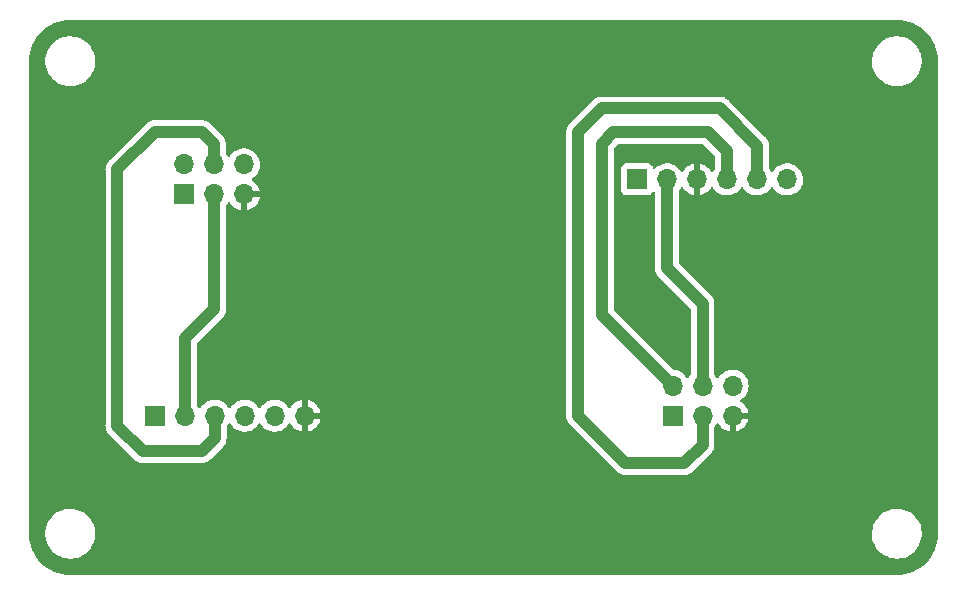
<source format=gbr>
%TF.GenerationSoftware,KiCad,Pcbnew,(6.0.2)*%
%TF.CreationDate,2022-02-13T11:21:41-05:00*%
%TF.ProjectId,tag-connect_breakout,7461672d-636f-46e6-9e65-63745f627265,rev?*%
%TF.SameCoordinates,PX5f5e100PY3dfd240*%
%TF.FileFunction,Copper,L2,Bot*%
%TF.FilePolarity,Positive*%
%FSLAX46Y46*%
G04 Gerber Fmt 4.6, Leading zero omitted, Abs format (unit mm)*
G04 Created by KiCad (PCBNEW (6.0.2)) date 2022-02-13 11:21:41*
%MOMM*%
%LPD*%
G01*
G04 APERTURE LIST*
%TA.AperFunction,ComponentPad*%
%ADD10R,1.700000X1.700000*%
%TD*%
%TA.AperFunction,ComponentPad*%
%ADD11O,1.700000X1.700000*%
%TD*%
%TA.AperFunction,Conductor*%
%ADD12C,1.000000*%
%TD*%
G04 APERTURE END LIST*
D10*
%TO.P,J4,1,Pin_1*%
%TO.N,unconnected-(J4-Pad1)*%
X56000000Y-35000000D03*
D11*
%TO.P,J4,2,Pin_2*%
%TO.N,/DIO*%
X56000000Y-32460000D03*
%TO.P,J4,3,Pin_3*%
%TO.N,/NRST*%
X58540000Y-35000000D03*
%TO.P,J4,4,Pin_4*%
%TO.N,/CLK*%
X58540000Y-32460000D03*
%TO.P,J4,5,Pin_5*%
%TO.N,GND*%
X61080000Y-35000000D03*
%TO.P,J4,6,Pin_6*%
%TO.N,unconnected-(J4-Pad6)*%
X61080000Y-32460000D03*
%TD*%
D10*
%TO.P,J3,1,Pin_1*%
%TO.N,unconnected-(J3-Pad1)*%
X14625000Y-16275000D03*
D11*
%TO.P,J3,2,Pin_2*%
%TO.N,unconnected-(J3-Pad2)*%
X14625000Y-13735000D03*
%TO.P,J3,3,Pin_3*%
%TO.N,/RXI*%
X17165000Y-16275000D03*
%TO.P,J3,4,Pin_4*%
%TO.N,/TXI*%
X17165000Y-13735000D03*
%TO.P,J3,5,Pin_5*%
%TO.N,GND*%
X19705000Y-16275000D03*
%TO.P,J3,6,Pin_6*%
%TO.N,unconnected-(J3-Pad6)*%
X19705000Y-13735000D03*
%TD*%
D10*
%TO.P,J2,1,Pin_1*%
%TO.N,unconnected-(J2-Pad1)*%
X53000000Y-15000000D03*
D11*
%TO.P,J2,2,Pin_2*%
%TO.N,/CLK*%
X55540000Y-15000000D03*
%TO.P,J2,3,Pin_3*%
%TO.N,GND*%
X58080000Y-15000000D03*
%TO.P,J2,4,Pin_4*%
%TO.N,/DIO*%
X60620000Y-15000000D03*
%TO.P,J2,5,Pin_5*%
%TO.N,/NRST*%
X63160000Y-15000000D03*
%TO.P,J2,6,Pin_6*%
%TO.N,unconnected-(J2-Pad6)*%
X65700000Y-15000000D03*
%TD*%
D10*
%TO.P,J1,1,Pin_1*%
%TO.N,unconnected-(J1-Pad1)*%
X12150000Y-35000000D03*
D11*
%TO.P,J1,2,Pin_2*%
%TO.N,/RXI*%
X14690000Y-35000000D03*
%TO.P,J1,3,Pin_3*%
%TO.N,/TXI*%
X17230000Y-35000000D03*
%TO.P,J1,4,Pin_4*%
%TO.N,unconnected-(J1-Pad4)*%
X19770000Y-35000000D03*
%TO.P,J1,5,Pin_5*%
%TO.N,unconnected-(J1-Pad5)*%
X22310000Y-35000000D03*
%TO.P,J1,6,Pin_6*%
%TO.N,GND*%
X24850000Y-35000000D03*
%TD*%
D12*
%TO.N,/TXI*%
X17230000Y-35000000D02*
X17230000Y-36920000D01*
X17230000Y-36920000D02*
X16150000Y-38000000D01*
X16150000Y-38000000D02*
X11150000Y-38000000D01*
X9000000Y-14150000D02*
X12150000Y-11000000D01*
X11150000Y-38000000D02*
X9000000Y-35850000D01*
X9000000Y-35850000D02*
X9000000Y-14150000D01*
X12150000Y-11000000D02*
X16150000Y-11000000D01*
X16150000Y-11000000D02*
X17165000Y-12015000D01*
X17165000Y-12015000D02*
X17165000Y-13735000D01*
%TO.N,/NRST*%
X63160000Y-15000000D02*
X63160000Y-12160000D01*
X58540000Y-37460000D02*
X58540000Y-35000000D01*
X63160000Y-12160000D02*
X60000000Y-9000000D01*
X60000000Y-9000000D02*
X50000000Y-9000000D01*
X50000000Y-9000000D02*
X48000000Y-11000000D01*
X48000000Y-11000000D02*
X48000000Y-35000000D01*
X48000000Y-35000000D02*
X52000000Y-39000000D01*
X52000000Y-39000000D02*
X57000000Y-39000000D01*
X57000000Y-39000000D02*
X58540000Y-37460000D01*
%TO.N,/DIO*%
X60620000Y-15000000D02*
X60620000Y-12620000D01*
X59000000Y-11000000D02*
X51000000Y-11000000D01*
X60620000Y-12620000D02*
X59000000Y-11000000D01*
X50000000Y-12000000D02*
X50000000Y-26460000D01*
X51000000Y-11000000D02*
X50000000Y-12000000D01*
X50000000Y-26460000D02*
X56000000Y-32460000D01*
%TO.N,/CLK*%
X58540000Y-32460000D02*
X58540000Y-25540000D01*
X58540000Y-25540000D02*
X55540000Y-22540000D01*
X55540000Y-22540000D02*
X55540000Y-15000000D01*
%TO.N,/RXI*%
X17165000Y-16275000D02*
X17165000Y-25985000D01*
X17165000Y-25985000D02*
X14690000Y-28460000D01*
X14690000Y-28460000D02*
X14690000Y-35000000D01*
%TD*%
%TA.AperFunction,Conductor*%
%TO.N,GND*%
G36*
X74970057Y-1509500D02*
G01*
X74984858Y-1511805D01*
X74984861Y-1511805D01*
X74993730Y-1513186D01*
X75013054Y-1510659D01*
X75035570Y-1509747D01*
X75336100Y-1524512D01*
X75348394Y-1525722D01*
X75675139Y-1574191D01*
X75687249Y-1576599D01*
X76007674Y-1656861D01*
X76019507Y-1660451D01*
X76330494Y-1771725D01*
X76341918Y-1776456D01*
X76640523Y-1917685D01*
X76651428Y-1923514D01*
X76934745Y-2093328D01*
X76945026Y-2100198D01*
X77210329Y-2296960D01*
X77219887Y-2304804D01*
X77464630Y-2526626D01*
X77473374Y-2535370D01*
X77695196Y-2780113D01*
X77703040Y-2789671D01*
X77899802Y-3054974D01*
X77906672Y-3065255D01*
X78076486Y-3348572D01*
X78082315Y-3359477D01*
X78223544Y-3658082D01*
X78228275Y-3669506D01*
X78339549Y-3980493D01*
X78343138Y-3992324D01*
X78420462Y-4301016D01*
X78423399Y-4312743D01*
X78425809Y-4324861D01*
X78474277Y-4651601D01*
X78475489Y-4663907D01*
X78489890Y-4957062D01*
X78488543Y-4982624D01*
X78488195Y-4984857D01*
X78488195Y-4984861D01*
X78486814Y-4993730D01*
X78487978Y-5002632D01*
X78487978Y-5002635D01*
X78490936Y-5025251D01*
X78492000Y-5041589D01*
X78492000Y-44950672D01*
X78490500Y-44970056D01*
X78486814Y-44993730D01*
X78489274Y-45012539D01*
X78489341Y-45013050D01*
X78490253Y-45035570D01*
X78475489Y-45336093D01*
X78475489Y-45336094D01*
X78474278Y-45348394D01*
X78463378Y-45421876D01*
X78425811Y-45675130D01*
X78423401Y-45687249D01*
X78415240Y-45719830D01*
X78343139Y-46007674D01*
X78339549Y-46019507D01*
X78228275Y-46330494D01*
X78223544Y-46341918D01*
X78082315Y-46640523D01*
X78076486Y-46651428D01*
X77906672Y-46934745D01*
X77899802Y-46945026D01*
X77703040Y-47210329D01*
X77695196Y-47219887D01*
X77473374Y-47464630D01*
X77464630Y-47473374D01*
X77219887Y-47695196D01*
X77210329Y-47703040D01*
X76945026Y-47899802D01*
X76934745Y-47906672D01*
X76651428Y-48076486D01*
X76640523Y-48082315D01*
X76341918Y-48223544D01*
X76330494Y-48228275D01*
X76019507Y-48339549D01*
X76007676Y-48343138D01*
X75687249Y-48423401D01*
X75675139Y-48425809D01*
X75348394Y-48474278D01*
X75336098Y-48475489D01*
X75247344Y-48479849D01*
X75042938Y-48489890D01*
X75017376Y-48488543D01*
X75015143Y-48488195D01*
X75015139Y-48488195D01*
X75006270Y-48486814D01*
X74997368Y-48487978D01*
X74997365Y-48487978D01*
X74978083Y-48490500D01*
X74975728Y-48490808D01*
X74974749Y-48490936D01*
X74958411Y-48492000D01*
X5049328Y-48492000D01*
X5029943Y-48490500D01*
X5015142Y-48488195D01*
X5015139Y-48488195D01*
X5006270Y-48486814D01*
X4986946Y-48489341D01*
X4964430Y-48490253D01*
X4663900Y-48475488D01*
X4651606Y-48474278D01*
X4324861Y-48425809D01*
X4312751Y-48423401D01*
X3992324Y-48343138D01*
X3980493Y-48339549D01*
X3669506Y-48228275D01*
X3658082Y-48223544D01*
X3359477Y-48082315D01*
X3348572Y-48076486D01*
X3065255Y-47906672D01*
X3054974Y-47899802D01*
X2789671Y-47703040D01*
X2780113Y-47695196D01*
X2535370Y-47473374D01*
X2526626Y-47464630D01*
X2304804Y-47219887D01*
X2296960Y-47210329D01*
X2100198Y-46945026D01*
X2093328Y-46934745D01*
X1923514Y-46651428D01*
X1917685Y-46640523D01*
X1776456Y-46341918D01*
X1771725Y-46330494D01*
X1660451Y-46019507D01*
X1656861Y-46007674D01*
X1584760Y-45719830D01*
X1576599Y-45687249D01*
X1574189Y-45675130D01*
X1536623Y-45421876D01*
X1525722Y-45348394D01*
X1524511Y-45336093D01*
X1514520Y-45132703D01*
X2890743Y-45132703D01*
X2928268Y-45417734D01*
X3004129Y-45695036D01*
X3005813Y-45698984D01*
X3041885Y-45783552D01*
X3116923Y-45959476D01*
X3264561Y-46206161D01*
X3444313Y-46430528D01*
X3652851Y-46628423D01*
X3886317Y-46796186D01*
X3890112Y-46798195D01*
X3890113Y-46798196D01*
X3911869Y-46809715D01*
X4140392Y-46930712D01*
X4410373Y-47029511D01*
X4691264Y-47090755D01*
X4719841Y-47093004D01*
X4914282Y-47108307D01*
X4914291Y-47108307D01*
X4916739Y-47108500D01*
X5072271Y-47108500D01*
X5074407Y-47108354D01*
X5074418Y-47108354D01*
X5282548Y-47094165D01*
X5282554Y-47094164D01*
X5286825Y-47093873D01*
X5291020Y-47093004D01*
X5291022Y-47093004D01*
X5427584Y-47064723D01*
X5568342Y-47035574D01*
X5839343Y-46939607D01*
X6094812Y-46807750D01*
X6098313Y-46805289D01*
X6098317Y-46805287D01*
X6212418Y-46725095D01*
X6330023Y-46642441D01*
X6540622Y-46446740D01*
X6722713Y-46224268D01*
X6872927Y-45979142D01*
X6988483Y-45715898D01*
X7067244Y-45439406D01*
X7107751Y-45154784D01*
X7107845Y-45136951D01*
X7107867Y-45132703D01*
X72890743Y-45132703D01*
X72928268Y-45417734D01*
X73004129Y-45695036D01*
X73005813Y-45698984D01*
X73041885Y-45783552D01*
X73116923Y-45959476D01*
X73264561Y-46206161D01*
X73444313Y-46430528D01*
X73652851Y-46628423D01*
X73886317Y-46796186D01*
X73890112Y-46798195D01*
X73890113Y-46798196D01*
X73911869Y-46809715D01*
X74140392Y-46930712D01*
X74410373Y-47029511D01*
X74691264Y-47090755D01*
X74719841Y-47093004D01*
X74914282Y-47108307D01*
X74914291Y-47108307D01*
X74916739Y-47108500D01*
X75072271Y-47108500D01*
X75074407Y-47108354D01*
X75074418Y-47108354D01*
X75282548Y-47094165D01*
X75282554Y-47094164D01*
X75286825Y-47093873D01*
X75291020Y-47093004D01*
X75291022Y-47093004D01*
X75427584Y-47064723D01*
X75568342Y-47035574D01*
X75839343Y-46939607D01*
X76094812Y-46807750D01*
X76098313Y-46805289D01*
X76098317Y-46805287D01*
X76212418Y-46725095D01*
X76330023Y-46642441D01*
X76540622Y-46446740D01*
X76722713Y-46224268D01*
X76872927Y-45979142D01*
X76988483Y-45715898D01*
X77067244Y-45439406D01*
X77107751Y-45154784D01*
X77107845Y-45136951D01*
X77109235Y-44871583D01*
X77109235Y-44871576D01*
X77109257Y-44867297D01*
X77071732Y-44582266D01*
X76995871Y-44304964D01*
X76883077Y-44040524D01*
X76735439Y-43793839D01*
X76555687Y-43569472D01*
X76347149Y-43371577D01*
X76113683Y-43203814D01*
X76091843Y-43192250D01*
X76068654Y-43179972D01*
X75859608Y-43069288D01*
X75589627Y-42970489D01*
X75308736Y-42909245D01*
X75277685Y-42906801D01*
X75085718Y-42891693D01*
X75085709Y-42891693D01*
X75083261Y-42891500D01*
X74927729Y-42891500D01*
X74925593Y-42891646D01*
X74925582Y-42891646D01*
X74717452Y-42905835D01*
X74717446Y-42905836D01*
X74713175Y-42906127D01*
X74708980Y-42906996D01*
X74708978Y-42906996D01*
X74572417Y-42935276D01*
X74431658Y-42964426D01*
X74160657Y-43060393D01*
X73905188Y-43192250D01*
X73901687Y-43194711D01*
X73901683Y-43194713D01*
X73891594Y-43201804D01*
X73669977Y-43357559D01*
X73459378Y-43553260D01*
X73277287Y-43775732D01*
X73127073Y-44020858D01*
X73011517Y-44284102D01*
X72932756Y-44560594D01*
X72892249Y-44845216D01*
X72892227Y-44849505D01*
X72892226Y-44849512D01*
X72890765Y-45128417D01*
X72890743Y-45132703D01*
X7107867Y-45132703D01*
X7109235Y-44871583D01*
X7109235Y-44871576D01*
X7109257Y-44867297D01*
X7071732Y-44582266D01*
X6995871Y-44304964D01*
X6883077Y-44040524D01*
X6735439Y-43793839D01*
X6555687Y-43569472D01*
X6347149Y-43371577D01*
X6113683Y-43203814D01*
X6091843Y-43192250D01*
X6068654Y-43179972D01*
X5859608Y-43069288D01*
X5589627Y-42970489D01*
X5308736Y-42909245D01*
X5277685Y-42906801D01*
X5085718Y-42891693D01*
X5085709Y-42891693D01*
X5083261Y-42891500D01*
X4927729Y-42891500D01*
X4925593Y-42891646D01*
X4925582Y-42891646D01*
X4717452Y-42905835D01*
X4717446Y-42905836D01*
X4713175Y-42906127D01*
X4708980Y-42906996D01*
X4708978Y-42906996D01*
X4572417Y-42935276D01*
X4431658Y-42964426D01*
X4160657Y-43060393D01*
X3905188Y-43192250D01*
X3901687Y-43194711D01*
X3901683Y-43194713D01*
X3891594Y-43201804D01*
X3669977Y-43357559D01*
X3459378Y-43553260D01*
X3277287Y-43775732D01*
X3127073Y-44020858D01*
X3011517Y-44284102D01*
X2932756Y-44560594D01*
X2892249Y-44845216D01*
X2892227Y-44849505D01*
X2892226Y-44849512D01*
X2890765Y-45128417D01*
X2890743Y-45132703D01*
X1514520Y-45132703D01*
X1510293Y-45046665D01*
X1511886Y-45019586D01*
X1512264Y-45017340D01*
X1512265Y-45017331D01*
X1513071Y-45012539D01*
X1513224Y-45000000D01*
X1509273Y-44972412D01*
X1508000Y-44954549D01*
X1508000Y-14146462D01*
X7986626Y-14146462D01*
X7989099Y-14172621D01*
X7990941Y-14192109D01*
X7991500Y-14203967D01*
X7991500Y-35788157D01*
X7990763Y-35801764D01*
X7986676Y-35839388D01*
X7987213Y-35845523D01*
X7991050Y-35889388D01*
X7991379Y-35894214D01*
X7991500Y-35896686D01*
X7991500Y-35899769D01*
X7991801Y-35902837D01*
X7995690Y-35942506D01*
X7995812Y-35943819D01*
X7998447Y-35973938D01*
X8003913Y-36036413D01*
X8005400Y-36041532D01*
X8005920Y-36046833D01*
X8032791Y-36135834D01*
X8033126Y-36136967D01*
X8056856Y-36218642D01*
X8059091Y-36226336D01*
X8061544Y-36231068D01*
X8063084Y-36236169D01*
X8065978Y-36241612D01*
X8106731Y-36318260D01*
X8107343Y-36319426D01*
X8127550Y-36358408D01*
X8150108Y-36401926D01*
X8153431Y-36406089D01*
X8155934Y-36410796D01*
X8214755Y-36482918D01*
X8215446Y-36483774D01*
X8246738Y-36522973D01*
X8249242Y-36525477D01*
X8249884Y-36526195D01*
X8253585Y-36530528D01*
X8280935Y-36564062D01*
X8285682Y-36567989D01*
X8285684Y-36567991D01*
X8316262Y-36593287D01*
X8325042Y-36601277D01*
X10393145Y-38669379D01*
X10402247Y-38679522D01*
X10425968Y-38709025D01*
X10430696Y-38712992D01*
X10464421Y-38741291D01*
X10468069Y-38744472D01*
X10469881Y-38746115D01*
X10472075Y-38748309D01*
X10505349Y-38775642D01*
X10506147Y-38776304D01*
X10577474Y-38836154D01*
X10582144Y-38838722D01*
X10586261Y-38842103D01*
X10606079Y-38852729D01*
X10668086Y-38885977D01*
X10669245Y-38886606D01*
X10745381Y-38928462D01*
X10745389Y-38928465D01*
X10750787Y-38931433D01*
X10755869Y-38933045D01*
X10760563Y-38935562D01*
X10849531Y-38962762D01*
X10850559Y-38963082D01*
X10939306Y-38991235D01*
X10944602Y-38991829D01*
X10949698Y-38993387D01*
X11042257Y-39002790D01*
X11043393Y-39002911D01*
X11077008Y-39006681D01*
X11089730Y-39008108D01*
X11089734Y-39008108D01*
X11093227Y-39008500D01*
X11096754Y-39008500D01*
X11097739Y-39008555D01*
X11103419Y-39009002D01*
X11132825Y-39011989D01*
X11140337Y-39012752D01*
X11140339Y-39012752D01*
X11146462Y-39013374D01*
X11192108Y-39009059D01*
X11203967Y-39008500D01*
X16088157Y-39008500D01*
X16101764Y-39009237D01*
X16133262Y-39012659D01*
X16133267Y-39012659D01*
X16139388Y-39013324D01*
X16165638Y-39011027D01*
X16189388Y-39008950D01*
X16194214Y-39008621D01*
X16196686Y-39008500D01*
X16199769Y-39008500D01*
X16211738Y-39007326D01*
X16242506Y-39004310D01*
X16243819Y-39004188D01*
X16288084Y-39000315D01*
X16336413Y-38996087D01*
X16341532Y-38994600D01*
X16346833Y-38994080D01*
X16435834Y-38967209D01*
X16436967Y-38966874D01*
X16520414Y-38942630D01*
X16520418Y-38942628D01*
X16526336Y-38940909D01*
X16531068Y-38938456D01*
X16536169Y-38936916D01*
X16543173Y-38933192D01*
X16618260Y-38893269D01*
X16619426Y-38892657D01*
X16696453Y-38852729D01*
X16701926Y-38849892D01*
X16706089Y-38846569D01*
X16710796Y-38844066D01*
X16782918Y-38785245D01*
X16783774Y-38784554D01*
X16822973Y-38753262D01*
X16825477Y-38750758D01*
X16826195Y-38750116D01*
X16830528Y-38746415D01*
X16864062Y-38719065D01*
X16893288Y-38683737D01*
X16901277Y-38674958D01*
X17899379Y-37676855D01*
X17909522Y-37667753D01*
X17934218Y-37647897D01*
X17939025Y-37644032D01*
X17971292Y-37605578D01*
X17974472Y-37601931D01*
X17976115Y-37600119D01*
X17978309Y-37597925D01*
X18005642Y-37564651D01*
X18006348Y-37563800D01*
X18045809Y-37516773D01*
X18066154Y-37492526D01*
X18068722Y-37487856D01*
X18072103Y-37483739D01*
X18116015Y-37401842D01*
X18116624Y-37400720D01*
X18158466Y-37324611D01*
X18158468Y-37324606D01*
X18161433Y-37319213D01*
X18163044Y-37314135D01*
X18165563Y-37309437D01*
X18192753Y-37220502D01*
X18193136Y-37219272D01*
X18219371Y-37136570D01*
X18221235Y-37130694D01*
X18221828Y-37125403D01*
X18223388Y-37120302D01*
X18232795Y-37027689D01*
X18232915Y-37026569D01*
X18238500Y-36976773D01*
X18238500Y-36973244D01*
X18238555Y-36972261D01*
X18239004Y-36966556D01*
X18242752Y-36929664D01*
X18242752Y-36929661D01*
X18243374Y-36923537D01*
X18239059Y-36877888D01*
X18238500Y-36866031D01*
X18238500Y-35963970D01*
X18258502Y-35895849D01*
X18266460Y-35885120D01*
X18268096Y-35883489D01*
X18398453Y-35702077D01*
X18399776Y-35703028D01*
X18446645Y-35659857D01*
X18516580Y-35647625D01*
X18582026Y-35675144D01*
X18609875Y-35706994D01*
X18669987Y-35805088D01*
X18816250Y-35973938D01*
X18988126Y-36116632D01*
X19181000Y-36229338D01*
X19185825Y-36231180D01*
X19185826Y-36231181D01*
X19213142Y-36241612D01*
X19389692Y-36309030D01*
X19394760Y-36310061D01*
X19394763Y-36310062D01*
X19489862Y-36329410D01*
X19608597Y-36353567D01*
X19613772Y-36353757D01*
X19613774Y-36353757D01*
X19826673Y-36361564D01*
X19826677Y-36361564D01*
X19831837Y-36361753D01*
X19836957Y-36361097D01*
X19836959Y-36361097D01*
X20048288Y-36334025D01*
X20048289Y-36334025D01*
X20053416Y-36333368D01*
X20058366Y-36331883D01*
X20262429Y-36270661D01*
X20262434Y-36270659D01*
X20267384Y-36269174D01*
X20467994Y-36170896D01*
X20649860Y-36041173D01*
X20808096Y-35883489D01*
X20938453Y-35702077D01*
X20939776Y-35703028D01*
X20986645Y-35659857D01*
X21056580Y-35647625D01*
X21122026Y-35675144D01*
X21149875Y-35706994D01*
X21209987Y-35805088D01*
X21356250Y-35973938D01*
X21528126Y-36116632D01*
X21721000Y-36229338D01*
X21725825Y-36231180D01*
X21725826Y-36231181D01*
X21753142Y-36241612D01*
X21929692Y-36309030D01*
X21934760Y-36310061D01*
X21934763Y-36310062D01*
X22029862Y-36329410D01*
X22148597Y-36353567D01*
X22153772Y-36353757D01*
X22153774Y-36353757D01*
X22366673Y-36361564D01*
X22366677Y-36361564D01*
X22371837Y-36361753D01*
X22376957Y-36361097D01*
X22376959Y-36361097D01*
X22588288Y-36334025D01*
X22588289Y-36334025D01*
X22593416Y-36333368D01*
X22598366Y-36331883D01*
X22802429Y-36270661D01*
X22802434Y-36270659D01*
X22807384Y-36269174D01*
X23007994Y-36170896D01*
X23189860Y-36041173D01*
X23348096Y-35883489D01*
X23478453Y-35702077D01*
X23479640Y-35702930D01*
X23526960Y-35659362D01*
X23596897Y-35647145D01*
X23662338Y-35674678D01*
X23690166Y-35706511D01*
X23747694Y-35800388D01*
X23753777Y-35808699D01*
X23893213Y-35969667D01*
X23900580Y-35976883D01*
X24064434Y-36112916D01*
X24072881Y-36118831D01*
X24256756Y-36226279D01*
X24266042Y-36230729D01*
X24465001Y-36306703D01*
X24474899Y-36309579D01*
X24578250Y-36330606D01*
X24592299Y-36329410D01*
X24596000Y-36319065D01*
X24596000Y-36318517D01*
X25104000Y-36318517D01*
X25108064Y-36332359D01*
X25121478Y-36334393D01*
X25128184Y-36333534D01*
X25138262Y-36331392D01*
X25342255Y-36270191D01*
X25351842Y-36266433D01*
X25543095Y-36172739D01*
X25551945Y-36167464D01*
X25725328Y-36043792D01*
X25733200Y-36037139D01*
X25884052Y-35886812D01*
X25890730Y-35878965D01*
X26015003Y-35706020D01*
X26020313Y-35697183D01*
X26114670Y-35506267D01*
X26118469Y-35496672D01*
X26180377Y-35292910D01*
X26182555Y-35282837D01*
X26183986Y-35271962D01*
X26181775Y-35257778D01*
X26168617Y-35254000D01*
X25122115Y-35254000D01*
X25106876Y-35258475D01*
X25105671Y-35259865D01*
X25104000Y-35267548D01*
X25104000Y-36318517D01*
X24596000Y-36318517D01*
X24596000Y-34727885D01*
X25104000Y-34727885D01*
X25108475Y-34743124D01*
X25109865Y-34744329D01*
X25117548Y-34746000D01*
X26168344Y-34746000D01*
X26181875Y-34742027D01*
X26183180Y-34732947D01*
X26141214Y-34565875D01*
X26137894Y-34556124D01*
X26052972Y-34360814D01*
X26048105Y-34351739D01*
X25932426Y-34172926D01*
X25926136Y-34164757D01*
X25782806Y-34007240D01*
X25775273Y-34000215D01*
X25608139Y-33868222D01*
X25599552Y-33862517D01*
X25413117Y-33759599D01*
X25403705Y-33755369D01*
X25202959Y-33684280D01*
X25192988Y-33681646D01*
X25121837Y-33668972D01*
X25108540Y-33670432D01*
X25104000Y-33684989D01*
X25104000Y-34727885D01*
X24596000Y-34727885D01*
X24596000Y-33683102D01*
X24592082Y-33669758D01*
X24577806Y-33667771D01*
X24539324Y-33673660D01*
X24529288Y-33676051D01*
X24326868Y-33742212D01*
X24317359Y-33746209D01*
X24128463Y-33844542D01*
X24119738Y-33850036D01*
X23949433Y-33977905D01*
X23941726Y-33984748D01*
X23794590Y-34138717D01*
X23788109Y-34146722D01*
X23683498Y-34300074D01*
X23628587Y-34345076D01*
X23558062Y-34353247D01*
X23494315Y-34321993D01*
X23473618Y-34297509D01*
X23392822Y-34172617D01*
X23392820Y-34172614D01*
X23390014Y-34168277D01*
X23239670Y-34003051D01*
X23235619Y-33999852D01*
X23235615Y-33999848D01*
X23068414Y-33867800D01*
X23068410Y-33867798D01*
X23064359Y-33864598D01*
X23028028Y-33844542D01*
X22959420Y-33806669D01*
X22868789Y-33756638D01*
X22863920Y-33754914D01*
X22863916Y-33754912D01*
X22663087Y-33683795D01*
X22663083Y-33683794D01*
X22658212Y-33682069D01*
X22653119Y-33681162D01*
X22653116Y-33681161D01*
X22443373Y-33643800D01*
X22443367Y-33643799D01*
X22438284Y-33642894D01*
X22364452Y-33641992D01*
X22220081Y-33640228D01*
X22220079Y-33640228D01*
X22214911Y-33640165D01*
X21994091Y-33673955D01*
X21781756Y-33743357D01*
X21732439Y-33769030D01*
X21595479Y-33840327D01*
X21583607Y-33846507D01*
X21579474Y-33849610D01*
X21579471Y-33849612D01*
X21471914Y-33930368D01*
X21404965Y-33980635D01*
X21401393Y-33984373D01*
X21293729Y-34097037D01*
X21250629Y-34142138D01*
X21143201Y-34299621D01*
X21088293Y-34344621D01*
X21017768Y-34352792D01*
X20954021Y-34321538D01*
X20933324Y-34297054D01*
X20852822Y-34172617D01*
X20852820Y-34172614D01*
X20850014Y-34168277D01*
X20699670Y-34003051D01*
X20695619Y-33999852D01*
X20695615Y-33999848D01*
X20528414Y-33867800D01*
X20528410Y-33867798D01*
X20524359Y-33864598D01*
X20488028Y-33844542D01*
X20419420Y-33806669D01*
X20328789Y-33756638D01*
X20323920Y-33754914D01*
X20323916Y-33754912D01*
X20123087Y-33683795D01*
X20123083Y-33683794D01*
X20118212Y-33682069D01*
X20113119Y-33681162D01*
X20113116Y-33681161D01*
X19903373Y-33643800D01*
X19903367Y-33643799D01*
X19898284Y-33642894D01*
X19824452Y-33641992D01*
X19680081Y-33640228D01*
X19680079Y-33640228D01*
X19674911Y-33640165D01*
X19454091Y-33673955D01*
X19241756Y-33743357D01*
X19192439Y-33769030D01*
X19055479Y-33840327D01*
X19043607Y-33846507D01*
X19039474Y-33849610D01*
X19039471Y-33849612D01*
X18931914Y-33930368D01*
X18864965Y-33980635D01*
X18861393Y-33984373D01*
X18753729Y-34097037D01*
X18710629Y-34142138D01*
X18603201Y-34299621D01*
X18548293Y-34344621D01*
X18477768Y-34352792D01*
X18414021Y-34321538D01*
X18393324Y-34297054D01*
X18312822Y-34172617D01*
X18312820Y-34172614D01*
X18310014Y-34168277D01*
X18159670Y-34003051D01*
X18155619Y-33999852D01*
X18155615Y-33999848D01*
X17988414Y-33867800D01*
X17988410Y-33867798D01*
X17984359Y-33864598D01*
X17948028Y-33844542D01*
X17879420Y-33806669D01*
X17788789Y-33756638D01*
X17783920Y-33754914D01*
X17783916Y-33754912D01*
X17583087Y-33683795D01*
X17583083Y-33683794D01*
X17578212Y-33682069D01*
X17573119Y-33681162D01*
X17573116Y-33681161D01*
X17363373Y-33643800D01*
X17363367Y-33643799D01*
X17358284Y-33642894D01*
X17284452Y-33641992D01*
X17140081Y-33640228D01*
X17140079Y-33640228D01*
X17134911Y-33640165D01*
X16914091Y-33673955D01*
X16701756Y-33743357D01*
X16652439Y-33769030D01*
X16515479Y-33840327D01*
X16503607Y-33846507D01*
X16499474Y-33849610D01*
X16499471Y-33849612D01*
X16391914Y-33930368D01*
X16324965Y-33980635D01*
X16321393Y-33984373D01*
X16213729Y-34097037D01*
X16170629Y-34142138D01*
X16063201Y-34299621D01*
X16008293Y-34344621D01*
X15937768Y-34352792D01*
X15874021Y-34321538D01*
X15853324Y-34297054D01*
X15772825Y-34172621D01*
X15772820Y-34172615D01*
X15770014Y-34168277D01*
X15766532Y-34164450D01*
X15731306Y-34125737D01*
X15700254Y-34061891D01*
X15698500Y-34040938D01*
X15698500Y-28929925D01*
X15718502Y-28861804D01*
X15735405Y-28840830D01*
X17834379Y-26741855D01*
X17844522Y-26732753D01*
X17869218Y-26712897D01*
X17874025Y-26709032D01*
X17906292Y-26670578D01*
X17909473Y-26666930D01*
X17911117Y-26665117D01*
X17913309Y-26662925D01*
X17940580Y-26629724D01*
X17941362Y-26628782D01*
X17997193Y-26562247D01*
X17997195Y-26562244D01*
X18001154Y-26557526D01*
X18003723Y-26552853D01*
X18007103Y-26548738D01*
X18051028Y-26466820D01*
X18051657Y-26465662D01*
X18093465Y-26389612D01*
X18093465Y-26389611D01*
X18096433Y-26384213D01*
X18098044Y-26379135D01*
X18100563Y-26374437D01*
X18127753Y-26285502D01*
X18128136Y-26284272D01*
X18154371Y-26201570D01*
X18156235Y-26195694D01*
X18156828Y-26190403D01*
X18158388Y-26185302D01*
X18167795Y-26092689D01*
X18167915Y-26091569D01*
X18173500Y-26041773D01*
X18173500Y-26038244D01*
X18173555Y-26037261D01*
X18174004Y-26031556D01*
X18177752Y-25994664D01*
X18177752Y-25994661D01*
X18178374Y-25988537D01*
X18174059Y-25942888D01*
X18173500Y-25931031D01*
X18173500Y-17238970D01*
X18193502Y-17170849D01*
X18201460Y-17160120D01*
X18203096Y-17158489D01*
X18333453Y-16977077D01*
X18334640Y-16977930D01*
X18381960Y-16934362D01*
X18451897Y-16922145D01*
X18517338Y-16949678D01*
X18545166Y-16981511D01*
X18602694Y-17075388D01*
X18608777Y-17083699D01*
X18748213Y-17244667D01*
X18755580Y-17251883D01*
X18919434Y-17387916D01*
X18927881Y-17393831D01*
X19111756Y-17501279D01*
X19121042Y-17505729D01*
X19320001Y-17581703D01*
X19329899Y-17584579D01*
X19433250Y-17605606D01*
X19447299Y-17604410D01*
X19451000Y-17594065D01*
X19451000Y-17593517D01*
X19959000Y-17593517D01*
X19963064Y-17607359D01*
X19976478Y-17609393D01*
X19983184Y-17608534D01*
X19993262Y-17606392D01*
X20197255Y-17545191D01*
X20206842Y-17541433D01*
X20398095Y-17447739D01*
X20406945Y-17442464D01*
X20580328Y-17318792D01*
X20588200Y-17312139D01*
X20739052Y-17161812D01*
X20745730Y-17153965D01*
X20870003Y-16981020D01*
X20875313Y-16972183D01*
X20969670Y-16781267D01*
X20973469Y-16771672D01*
X21035377Y-16567910D01*
X21037555Y-16557837D01*
X21038986Y-16546962D01*
X21036775Y-16532778D01*
X21023617Y-16529000D01*
X19977115Y-16529000D01*
X19961876Y-16533475D01*
X19960671Y-16534865D01*
X19959000Y-16542548D01*
X19959000Y-17593517D01*
X19451000Y-17593517D01*
X19451000Y-16147000D01*
X19471002Y-16078879D01*
X19524658Y-16032386D01*
X19577000Y-16021000D01*
X21023344Y-16021000D01*
X21036875Y-16017027D01*
X21038180Y-16007947D01*
X20996214Y-15840875D01*
X20992894Y-15831124D01*
X20907972Y-15635814D01*
X20903105Y-15626739D01*
X20787426Y-15447926D01*
X20781136Y-15439757D01*
X20637806Y-15282240D01*
X20630273Y-15275215D01*
X20463139Y-15143222D01*
X20454556Y-15137520D01*
X20417602Y-15117120D01*
X20367631Y-15066687D01*
X20352859Y-14997245D01*
X20377975Y-14930839D01*
X20405327Y-14904232D01*
X20429040Y-14887318D01*
X20584860Y-14776173D01*
X20588705Y-14772342D01*
X20739435Y-14622137D01*
X20743096Y-14618489D01*
X20802594Y-14535689D01*
X20870435Y-14441277D01*
X20873453Y-14437077D01*
X20894320Y-14394857D01*
X20970136Y-14241453D01*
X20970137Y-14241451D01*
X20972430Y-14236811D01*
X21031362Y-14042843D01*
X21035865Y-14028023D01*
X21035865Y-14028021D01*
X21037370Y-14023069D01*
X21066529Y-13801590D01*
X21066611Y-13798240D01*
X21068074Y-13738365D01*
X21068074Y-13738361D01*
X21068156Y-13735000D01*
X21049852Y-13512361D01*
X20995431Y-13295702D01*
X20906354Y-13090840D01*
X20848123Y-13000828D01*
X20787822Y-12907617D01*
X20787820Y-12907614D01*
X20785014Y-12903277D01*
X20634670Y-12738051D01*
X20630619Y-12734852D01*
X20630615Y-12734848D01*
X20463414Y-12602800D01*
X20463410Y-12602798D01*
X20459359Y-12599598D01*
X20416224Y-12575786D01*
X20327552Y-12526837D01*
X20263789Y-12491638D01*
X20258920Y-12489914D01*
X20258916Y-12489912D01*
X20058087Y-12418795D01*
X20058083Y-12418794D01*
X20053212Y-12417069D01*
X20048119Y-12416162D01*
X20048116Y-12416161D01*
X19838373Y-12378800D01*
X19838367Y-12378799D01*
X19833284Y-12377894D01*
X19759452Y-12376992D01*
X19615081Y-12375228D01*
X19615079Y-12375228D01*
X19609911Y-12375165D01*
X19389091Y-12408955D01*
X19176756Y-12478357D01*
X19146443Y-12494137D01*
X19006162Y-12567163D01*
X18978607Y-12581507D01*
X18974474Y-12584610D01*
X18974471Y-12584612D01*
X18804100Y-12712530D01*
X18799965Y-12715635D01*
X18796393Y-12719373D01*
X18679684Y-12841502D01*
X18645629Y-12877138D01*
X18538201Y-13034621D01*
X18483293Y-13079621D01*
X18412768Y-13087792D01*
X18349021Y-13056538D01*
X18328324Y-13032054D01*
X18247825Y-12907621D01*
X18247820Y-12907615D01*
X18245014Y-12903277D01*
X18225117Y-12881410D01*
X18206306Y-12860737D01*
X18175254Y-12796891D01*
X18173500Y-12775938D01*
X18173500Y-12076843D01*
X18174237Y-12063236D01*
X18177659Y-12031738D01*
X18177659Y-12031733D01*
X18178324Y-12025612D01*
X18173950Y-11975612D01*
X18173621Y-11970786D01*
X18173500Y-11968314D01*
X18173500Y-11965231D01*
X18171351Y-11943310D01*
X18169310Y-11922494D01*
X18169188Y-11921181D01*
X18161623Y-11834718D01*
X18161087Y-11828587D01*
X18159600Y-11823468D01*
X18159080Y-11818167D01*
X18132209Y-11729166D01*
X18131874Y-11728033D01*
X18107630Y-11644586D01*
X18107628Y-11644582D01*
X18105909Y-11638664D01*
X18103456Y-11633932D01*
X18101916Y-11628831D01*
X18087005Y-11600787D01*
X18058269Y-11546740D01*
X18057657Y-11545574D01*
X18017729Y-11468547D01*
X18014892Y-11463074D01*
X18011569Y-11458911D01*
X18009066Y-11454204D01*
X18002325Y-11445938D01*
X17950261Y-11382102D01*
X17949433Y-11381075D01*
X17920469Y-11344792D01*
X17920464Y-11344787D01*
X17918262Y-11342028D01*
X17915761Y-11339527D01*
X17915119Y-11338809D01*
X17911406Y-11334461D01*
X17898285Y-11318374D01*
X17884065Y-11300938D01*
X17879323Y-11297015D01*
X17879321Y-11297013D01*
X17848727Y-11271703D01*
X17839947Y-11263713D01*
X17572696Y-10996462D01*
X46986626Y-10996462D01*
X46987206Y-11002593D01*
X46990941Y-11042109D01*
X46991500Y-11053967D01*
X46991500Y-34938157D01*
X46990763Y-34951764D01*
X46986676Y-34989388D01*
X46988973Y-35015638D01*
X46991050Y-35039388D01*
X46991379Y-35044214D01*
X46991500Y-35046686D01*
X46991500Y-35049769D01*
X46991801Y-35052837D01*
X46995690Y-35092506D01*
X46995812Y-35093819D01*
X47003913Y-35186413D01*
X47005400Y-35191532D01*
X47005920Y-35196833D01*
X47032791Y-35285834D01*
X47033126Y-35286967D01*
X47059091Y-35376336D01*
X47061544Y-35381068D01*
X47063084Y-35386169D01*
X47065978Y-35391612D01*
X47106731Y-35468260D01*
X47107343Y-35469426D01*
X47124130Y-35501811D01*
X47150108Y-35551926D01*
X47153431Y-35556089D01*
X47155934Y-35560796D01*
X47214755Y-35632918D01*
X47215446Y-35633774D01*
X47246738Y-35672973D01*
X47249242Y-35675477D01*
X47249884Y-35676195D01*
X47253585Y-35680528D01*
X47280935Y-35714062D01*
X47285682Y-35717989D01*
X47285684Y-35717991D01*
X47316262Y-35743287D01*
X47325042Y-35751277D01*
X51243145Y-39669379D01*
X51252247Y-39679522D01*
X51275968Y-39709025D01*
X51314456Y-39741320D01*
X51318075Y-39744478D01*
X51319890Y-39746124D01*
X51322075Y-39748309D01*
X51324455Y-39750264D01*
X51324465Y-39750273D01*
X51355236Y-39775549D01*
X51356251Y-39776391D01*
X51366393Y-39784901D01*
X51427474Y-39836154D01*
X51432148Y-39838723D01*
X51436261Y-39842102D01*
X51441698Y-39845017D01*
X51441699Y-39845018D01*
X51518047Y-39885955D01*
X51519177Y-39886568D01*
X51600787Y-39931433D01*
X51605869Y-39933045D01*
X51610563Y-39935562D01*
X51699531Y-39962762D01*
X51700559Y-39963082D01*
X51789306Y-39991235D01*
X51794602Y-39991829D01*
X51799698Y-39993387D01*
X51892257Y-40002790D01*
X51893393Y-40002911D01*
X51927008Y-40006681D01*
X51939730Y-40008108D01*
X51939734Y-40008108D01*
X51943227Y-40008500D01*
X51946754Y-40008500D01*
X51947739Y-40008555D01*
X51953419Y-40009002D01*
X51982825Y-40011989D01*
X51990337Y-40012752D01*
X51990339Y-40012752D01*
X51996462Y-40013374D01*
X52042108Y-40009059D01*
X52053967Y-40008500D01*
X56938157Y-40008500D01*
X56951764Y-40009237D01*
X56983262Y-40012659D01*
X56983267Y-40012659D01*
X56989388Y-40013324D01*
X57015638Y-40011027D01*
X57039388Y-40008950D01*
X57044214Y-40008621D01*
X57046686Y-40008500D01*
X57049769Y-40008500D01*
X57061738Y-40007326D01*
X57092506Y-40004310D01*
X57093819Y-40004188D01*
X57138084Y-40000315D01*
X57186413Y-39996087D01*
X57191532Y-39994600D01*
X57196833Y-39994080D01*
X57285834Y-39967209D01*
X57286967Y-39966874D01*
X57370414Y-39942630D01*
X57370418Y-39942628D01*
X57376336Y-39940909D01*
X57381068Y-39938456D01*
X57386169Y-39936916D01*
X57393173Y-39933192D01*
X57468260Y-39893269D01*
X57469426Y-39892657D01*
X57546453Y-39852729D01*
X57551926Y-39849892D01*
X57556089Y-39846569D01*
X57560796Y-39844066D01*
X57632918Y-39785245D01*
X57633774Y-39784554D01*
X57672973Y-39753262D01*
X57675477Y-39750758D01*
X57676195Y-39750116D01*
X57680528Y-39746415D01*
X57714062Y-39719065D01*
X57743288Y-39683737D01*
X57751277Y-39674958D01*
X59209379Y-38216855D01*
X59219522Y-38207753D01*
X59244218Y-38187897D01*
X59249025Y-38184032D01*
X59281292Y-38145578D01*
X59284472Y-38141931D01*
X59286115Y-38140119D01*
X59288309Y-38137925D01*
X59315642Y-38104651D01*
X59316348Y-38103800D01*
X59372195Y-38037244D01*
X59376154Y-38032526D01*
X59378722Y-38027856D01*
X59382103Y-38023739D01*
X59425977Y-37941914D01*
X59426606Y-37940755D01*
X59468462Y-37864619D01*
X59468465Y-37864611D01*
X59471433Y-37859213D01*
X59473045Y-37854131D01*
X59475562Y-37849437D01*
X59502747Y-37760523D01*
X59503139Y-37759265D01*
X59529372Y-37676567D01*
X59531235Y-37670694D01*
X59531829Y-37665403D01*
X59533388Y-37660302D01*
X59542790Y-37567737D01*
X59542925Y-37566470D01*
X59543174Y-37564257D01*
X59548500Y-37516773D01*
X59548500Y-37513248D01*
X59548555Y-37512263D01*
X59549004Y-37506559D01*
X59552752Y-37469666D01*
X59552752Y-37469661D01*
X59553374Y-37463538D01*
X59549059Y-37417891D01*
X59548500Y-37406033D01*
X59548500Y-35963970D01*
X59568502Y-35895849D01*
X59576460Y-35885120D01*
X59578096Y-35883489D01*
X59708453Y-35702077D01*
X59709640Y-35702930D01*
X59756960Y-35659362D01*
X59826897Y-35647145D01*
X59892338Y-35674678D01*
X59920166Y-35706511D01*
X59977694Y-35800388D01*
X59983777Y-35808699D01*
X60123213Y-35969667D01*
X60130580Y-35976883D01*
X60294434Y-36112916D01*
X60302881Y-36118831D01*
X60486756Y-36226279D01*
X60496042Y-36230729D01*
X60695001Y-36306703D01*
X60704899Y-36309579D01*
X60808250Y-36330606D01*
X60822299Y-36329410D01*
X60826000Y-36319065D01*
X60826000Y-36318517D01*
X61334000Y-36318517D01*
X61338064Y-36332359D01*
X61351478Y-36334393D01*
X61358184Y-36333534D01*
X61368262Y-36331392D01*
X61572255Y-36270191D01*
X61581842Y-36266433D01*
X61773095Y-36172739D01*
X61781945Y-36167464D01*
X61955328Y-36043792D01*
X61963200Y-36037139D01*
X62114052Y-35886812D01*
X62120730Y-35878965D01*
X62245003Y-35706020D01*
X62250313Y-35697183D01*
X62344670Y-35506267D01*
X62348469Y-35496672D01*
X62410377Y-35292910D01*
X62412555Y-35282837D01*
X62413986Y-35271962D01*
X62411775Y-35257778D01*
X62398617Y-35254000D01*
X61352115Y-35254000D01*
X61336876Y-35258475D01*
X61335671Y-35259865D01*
X61334000Y-35267548D01*
X61334000Y-36318517D01*
X60826000Y-36318517D01*
X60826000Y-34872000D01*
X60846002Y-34803879D01*
X60899658Y-34757386D01*
X60952000Y-34746000D01*
X62398344Y-34746000D01*
X62411875Y-34742027D01*
X62413180Y-34732947D01*
X62371214Y-34565875D01*
X62367894Y-34556124D01*
X62282972Y-34360814D01*
X62278105Y-34351739D01*
X62162426Y-34172926D01*
X62156136Y-34164757D01*
X62012806Y-34007240D01*
X62005273Y-34000215D01*
X61838139Y-33868222D01*
X61829556Y-33862520D01*
X61792602Y-33842120D01*
X61742631Y-33791687D01*
X61727859Y-33722245D01*
X61752975Y-33655839D01*
X61780327Y-33629232D01*
X61804040Y-33612318D01*
X61959860Y-33501173D01*
X62118096Y-33343489D01*
X62177594Y-33260689D01*
X62245435Y-33166277D01*
X62248453Y-33162077D01*
X62269320Y-33119857D01*
X62345136Y-32966453D01*
X62345137Y-32966451D01*
X62347430Y-32961811D01*
X62412370Y-32748069D01*
X62441529Y-32526590D01*
X62443156Y-32460000D01*
X62424852Y-32237361D01*
X62370431Y-32020702D01*
X62281354Y-31815840D01*
X62241906Y-31754862D01*
X62162822Y-31632617D01*
X62162820Y-31632614D01*
X62160014Y-31628277D01*
X62009670Y-31463051D01*
X62005619Y-31459852D01*
X62005615Y-31459848D01*
X61838414Y-31327800D01*
X61838410Y-31327798D01*
X61834359Y-31324598D01*
X61638789Y-31216638D01*
X61633920Y-31214914D01*
X61633916Y-31214912D01*
X61433087Y-31143795D01*
X61433083Y-31143794D01*
X61428212Y-31142069D01*
X61423119Y-31141162D01*
X61423116Y-31141161D01*
X61213373Y-31103800D01*
X61213367Y-31103799D01*
X61208284Y-31102894D01*
X61134452Y-31101992D01*
X60990081Y-31100228D01*
X60990079Y-31100228D01*
X60984911Y-31100165D01*
X60764091Y-31133955D01*
X60551756Y-31203357D01*
X60353607Y-31306507D01*
X60349474Y-31309610D01*
X60349471Y-31309612D01*
X60325247Y-31327800D01*
X60174965Y-31440635D01*
X60171393Y-31444373D01*
X60054684Y-31566502D01*
X60020629Y-31602138D01*
X59913201Y-31759621D01*
X59858293Y-31804621D01*
X59787768Y-31812792D01*
X59724021Y-31781538D01*
X59703324Y-31757054D01*
X59622825Y-31632621D01*
X59622820Y-31632615D01*
X59620014Y-31628277D01*
X59600117Y-31606410D01*
X59581306Y-31585737D01*
X59550254Y-31521891D01*
X59548500Y-31500938D01*
X59548500Y-25601850D01*
X59549237Y-25588242D01*
X59552659Y-25556739D01*
X59553325Y-25550612D01*
X59548947Y-25500570D01*
X59548621Y-25495788D01*
X59548500Y-25493310D01*
X59548500Y-25490231D01*
X59548201Y-25487177D01*
X59548200Y-25487166D01*
X59544313Y-25447529D01*
X59544191Y-25446215D01*
X59536623Y-25359718D01*
X59536087Y-25353587D01*
X59534600Y-25348468D01*
X59534080Y-25343167D01*
X59507209Y-25254166D01*
X59506874Y-25253033D01*
X59482630Y-25169586D01*
X59482628Y-25169582D01*
X59480909Y-25163664D01*
X59478456Y-25158932D01*
X59476916Y-25153831D01*
X59433269Y-25071740D01*
X59432657Y-25070574D01*
X59392729Y-24993547D01*
X59389892Y-24988074D01*
X59386569Y-24983911D01*
X59384066Y-24979204D01*
X59325261Y-24907102D01*
X59324433Y-24906075D01*
X59295469Y-24869792D01*
X59295464Y-24869787D01*
X59293262Y-24867028D01*
X59290761Y-24864527D01*
X59290119Y-24863809D01*
X59286406Y-24859461D01*
X59278642Y-24849941D01*
X59259065Y-24825938D01*
X59254323Y-24822015D01*
X59254321Y-24822013D01*
X59223727Y-24796703D01*
X59214947Y-24788713D01*
X56585405Y-22159171D01*
X56551379Y-22096859D01*
X56548500Y-22070076D01*
X56548500Y-15963970D01*
X56568502Y-15895849D01*
X56576460Y-15885120D01*
X56578096Y-15883489D01*
X56708453Y-15702077D01*
X56709640Y-15702930D01*
X56756960Y-15659362D01*
X56826897Y-15647145D01*
X56892338Y-15674678D01*
X56920166Y-15706511D01*
X56977694Y-15800388D01*
X56983777Y-15808699D01*
X57123213Y-15969667D01*
X57130580Y-15976883D01*
X57294434Y-16112916D01*
X57302881Y-16118831D01*
X57486756Y-16226279D01*
X57496042Y-16230729D01*
X57695001Y-16306703D01*
X57704899Y-16309579D01*
X57808250Y-16330606D01*
X57822299Y-16329410D01*
X57826000Y-16319065D01*
X57826000Y-13683102D01*
X57822082Y-13669758D01*
X57807806Y-13667771D01*
X57769324Y-13673660D01*
X57759288Y-13676051D01*
X57556868Y-13742212D01*
X57547359Y-13746209D01*
X57358463Y-13844542D01*
X57349738Y-13850036D01*
X57179433Y-13977905D01*
X57171726Y-13984748D01*
X57024590Y-14138717D01*
X57018109Y-14146722D01*
X56913498Y-14300074D01*
X56858587Y-14345076D01*
X56788062Y-14353247D01*
X56724315Y-14321993D01*
X56703618Y-14297509D01*
X56622822Y-14172617D01*
X56622820Y-14172614D01*
X56620014Y-14168277D01*
X56469670Y-14003051D01*
X56465619Y-13999852D01*
X56465615Y-13999848D01*
X56298414Y-13867800D01*
X56298410Y-13867798D01*
X56294359Y-13864598D01*
X56258028Y-13844542D01*
X56186230Y-13804908D01*
X56098789Y-13756638D01*
X56093920Y-13754914D01*
X56093916Y-13754912D01*
X55893087Y-13683795D01*
X55893083Y-13683794D01*
X55888212Y-13682069D01*
X55883119Y-13681162D01*
X55883116Y-13681161D01*
X55673373Y-13643800D01*
X55673367Y-13643799D01*
X55668284Y-13642894D01*
X55594452Y-13641992D01*
X55450081Y-13640228D01*
X55450079Y-13640228D01*
X55444911Y-13640165D01*
X55224091Y-13673955D01*
X55011756Y-13743357D01*
X54813607Y-13846507D01*
X54809474Y-13849610D01*
X54809471Y-13849612D01*
X54639100Y-13977530D01*
X54634965Y-13980635D01*
X54576145Y-14042187D01*
X54554283Y-14065064D01*
X54492759Y-14100494D01*
X54421846Y-14097037D01*
X54364060Y-14055791D01*
X54345207Y-14022243D01*
X54303767Y-13911703D01*
X54300615Y-13903295D01*
X54213261Y-13786739D01*
X54096705Y-13699385D01*
X53960316Y-13648255D01*
X53898134Y-13641500D01*
X52101866Y-13641500D01*
X52039684Y-13648255D01*
X51903295Y-13699385D01*
X51786739Y-13786739D01*
X51699385Y-13903295D01*
X51648255Y-14039684D01*
X51641500Y-14101866D01*
X51641500Y-15898134D01*
X51648255Y-15960316D01*
X51699385Y-16096705D01*
X51786739Y-16213261D01*
X51903295Y-16300615D01*
X52039684Y-16351745D01*
X52101866Y-16358500D01*
X53898134Y-16358500D01*
X53960316Y-16351745D01*
X54096705Y-16300615D01*
X54213261Y-16213261D01*
X54300615Y-16096705D01*
X54301771Y-16097571D01*
X54345237Y-16054202D01*
X54414628Y-16039187D01*
X54481120Y-16064071D01*
X54523604Y-16120954D01*
X54531500Y-16164856D01*
X54531500Y-22478157D01*
X54530763Y-22491764D01*
X54526676Y-22529388D01*
X54527213Y-22535523D01*
X54531050Y-22579388D01*
X54531379Y-22584214D01*
X54531500Y-22586686D01*
X54531500Y-22589769D01*
X54531801Y-22592837D01*
X54535690Y-22632506D01*
X54535812Y-22633819D01*
X54543913Y-22726413D01*
X54545400Y-22731532D01*
X54545920Y-22736833D01*
X54572791Y-22825834D01*
X54573126Y-22826967D01*
X54599091Y-22916336D01*
X54601544Y-22921068D01*
X54603084Y-22926169D01*
X54605978Y-22931612D01*
X54646731Y-23008260D01*
X54647343Y-23009426D01*
X54690108Y-23091926D01*
X54693431Y-23096089D01*
X54695934Y-23100796D01*
X54754755Y-23172918D01*
X54755446Y-23173774D01*
X54786738Y-23212973D01*
X54789242Y-23215477D01*
X54789884Y-23216195D01*
X54793585Y-23220528D01*
X54820935Y-23254062D01*
X54825682Y-23257989D01*
X54825684Y-23257991D01*
X54856262Y-23283287D01*
X54865042Y-23291277D01*
X57494595Y-25920829D01*
X57528621Y-25983141D01*
X57531500Y-26009924D01*
X57531500Y-31498381D01*
X57511498Y-31566502D01*
X57496594Y-31585432D01*
X57480629Y-31602138D01*
X57373201Y-31759621D01*
X57318293Y-31804621D01*
X57247768Y-31812792D01*
X57184021Y-31781538D01*
X57163324Y-31757054D01*
X57082822Y-31632617D01*
X57082820Y-31632614D01*
X57080014Y-31628277D01*
X56929670Y-31463051D01*
X56925619Y-31459852D01*
X56925615Y-31459848D01*
X56758414Y-31327800D01*
X56758410Y-31327798D01*
X56754359Y-31324598D01*
X56558789Y-31216638D01*
X56553920Y-31214914D01*
X56553916Y-31214912D01*
X56353087Y-31143795D01*
X56353083Y-31143794D01*
X56348212Y-31142069D01*
X56343119Y-31141162D01*
X56343116Y-31141161D01*
X56271361Y-31128380D01*
X56128284Y-31102894D01*
X56119684Y-31102789D01*
X56118351Y-31102380D01*
X56117961Y-31102343D01*
X56117969Y-31102262D01*
X56051813Y-31081957D01*
X56032127Y-31065893D01*
X51045405Y-26079171D01*
X51011379Y-26016859D01*
X51008500Y-25990076D01*
X51008500Y-12469926D01*
X51028502Y-12401805D01*
X51045404Y-12380831D01*
X51380829Y-12045405D01*
X51443142Y-12011380D01*
X51469925Y-12008500D01*
X58530075Y-12008500D01*
X58598196Y-12028502D01*
X58619165Y-12045400D01*
X59574596Y-13000830D01*
X59608620Y-13063141D01*
X59611500Y-13089924D01*
X59611500Y-14038381D01*
X59591498Y-14106502D01*
X59576594Y-14125432D01*
X59560629Y-14142138D01*
X59453204Y-14299618D01*
X59452898Y-14300066D01*
X59397987Y-14345069D01*
X59327462Y-14353240D01*
X59263715Y-14321986D01*
X59243018Y-14297502D01*
X59162426Y-14172926D01*
X59156136Y-14164757D01*
X59012806Y-14007240D01*
X59005273Y-14000215D01*
X58838139Y-13868222D01*
X58829552Y-13862517D01*
X58643117Y-13759599D01*
X58633705Y-13755369D01*
X58432959Y-13684280D01*
X58422988Y-13681646D01*
X58351837Y-13668972D01*
X58338540Y-13670432D01*
X58334000Y-13684989D01*
X58334000Y-16318517D01*
X58338064Y-16332359D01*
X58351478Y-16334393D01*
X58358184Y-16333534D01*
X58368262Y-16331392D01*
X58572255Y-16270191D01*
X58581842Y-16266433D01*
X58773095Y-16172739D01*
X58781945Y-16167464D01*
X58955328Y-16043792D01*
X58963200Y-16037139D01*
X59114052Y-15886812D01*
X59120730Y-15878965D01*
X59248022Y-15701819D01*
X59249279Y-15702722D01*
X59296373Y-15659362D01*
X59366311Y-15647145D01*
X59431751Y-15674678D01*
X59459579Y-15706511D01*
X59519987Y-15805088D01*
X59666250Y-15973938D01*
X59838126Y-16116632D01*
X60031000Y-16229338D01*
X60239692Y-16309030D01*
X60244760Y-16310061D01*
X60244763Y-16310062D01*
X60339862Y-16329410D01*
X60458597Y-16353567D01*
X60463772Y-16353757D01*
X60463774Y-16353757D01*
X60676673Y-16361564D01*
X60676677Y-16361564D01*
X60681837Y-16361753D01*
X60686957Y-16361097D01*
X60686959Y-16361097D01*
X60898288Y-16334025D01*
X60898289Y-16334025D01*
X60903416Y-16333368D01*
X60908366Y-16331883D01*
X61112429Y-16270661D01*
X61112434Y-16270659D01*
X61117384Y-16269174D01*
X61317994Y-16170896D01*
X61499860Y-16041173D01*
X61658096Y-15883489D01*
X61788453Y-15702077D01*
X61789776Y-15703028D01*
X61836645Y-15659857D01*
X61906580Y-15647625D01*
X61972026Y-15675144D01*
X61999875Y-15706994D01*
X62059987Y-15805088D01*
X62206250Y-15973938D01*
X62378126Y-16116632D01*
X62571000Y-16229338D01*
X62779692Y-16309030D01*
X62784760Y-16310061D01*
X62784763Y-16310062D01*
X62879862Y-16329410D01*
X62998597Y-16353567D01*
X63003772Y-16353757D01*
X63003774Y-16353757D01*
X63216673Y-16361564D01*
X63216677Y-16361564D01*
X63221837Y-16361753D01*
X63226957Y-16361097D01*
X63226959Y-16361097D01*
X63438288Y-16334025D01*
X63438289Y-16334025D01*
X63443416Y-16333368D01*
X63448366Y-16331883D01*
X63652429Y-16270661D01*
X63652434Y-16270659D01*
X63657384Y-16269174D01*
X63857994Y-16170896D01*
X64039860Y-16041173D01*
X64198096Y-15883489D01*
X64328453Y-15702077D01*
X64329776Y-15703028D01*
X64376645Y-15659857D01*
X64446580Y-15647625D01*
X64512026Y-15675144D01*
X64539875Y-15706994D01*
X64599987Y-15805088D01*
X64746250Y-15973938D01*
X64918126Y-16116632D01*
X65111000Y-16229338D01*
X65319692Y-16309030D01*
X65324760Y-16310061D01*
X65324763Y-16310062D01*
X65419862Y-16329410D01*
X65538597Y-16353567D01*
X65543772Y-16353757D01*
X65543774Y-16353757D01*
X65756673Y-16361564D01*
X65756677Y-16361564D01*
X65761837Y-16361753D01*
X65766957Y-16361097D01*
X65766959Y-16361097D01*
X65978288Y-16334025D01*
X65978289Y-16334025D01*
X65983416Y-16333368D01*
X65988366Y-16331883D01*
X66192429Y-16270661D01*
X66192434Y-16270659D01*
X66197384Y-16269174D01*
X66397994Y-16170896D01*
X66579860Y-16041173D01*
X66738096Y-15883489D01*
X66868453Y-15702077D01*
X66881995Y-15674678D01*
X66965136Y-15506453D01*
X66965137Y-15506451D01*
X66967430Y-15501811D01*
X67006423Y-15373469D01*
X67030865Y-15293023D01*
X67030865Y-15293021D01*
X67032370Y-15288069D01*
X67061529Y-15066590D01*
X67062383Y-15031638D01*
X67063074Y-15003365D01*
X67063074Y-15003361D01*
X67063156Y-15000000D01*
X67044852Y-14777361D01*
X66990431Y-14560702D01*
X66901354Y-14355840D01*
X66783022Y-14172926D01*
X66782822Y-14172617D01*
X66782820Y-14172614D01*
X66780014Y-14168277D01*
X66629670Y-14003051D01*
X66625619Y-13999852D01*
X66625615Y-13999848D01*
X66458414Y-13867800D01*
X66458410Y-13867798D01*
X66454359Y-13864598D01*
X66418028Y-13844542D01*
X66346230Y-13804908D01*
X66258789Y-13756638D01*
X66253920Y-13754914D01*
X66253916Y-13754912D01*
X66053087Y-13683795D01*
X66053083Y-13683794D01*
X66048212Y-13682069D01*
X66043119Y-13681162D01*
X66043116Y-13681161D01*
X65833373Y-13643800D01*
X65833367Y-13643799D01*
X65828284Y-13642894D01*
X65754452Y-13641992D01*
X65610081Y-13640228D01*
X65610079Y-13640228D01*
X65604911Y-13640165D01*
X65384091Y-13673955D01*
X65171756Y-13743357D01*
X64973607Y-13846507D01*
X64969474Y-13849610D01*
X64969471Y-13849612D01*
X64799100Y-13977530D01*
X64794965Y-13980635D01*
X64791393Y-13984373D01*
X64674684Y-14106502D01*
X64640629Y-14142138D01*
X64533201Y-14299621D01*
X64478293Y-14344621D01*
X64407768Y-14352792D01*
X64344021Y-14321538D01*
X64323324Y-14297054D01*
X64242825Y-14172621D01*
X64242820Y-14172615D01*
X64240014Y-14168277D01*
X64221040Y-14147425D01*
X64201306Y-14125737D01*
X64170254Y-14061891D01*
X64168500Y-14040938D01*
X64168500Y-12221843D01*
X64169237Y-12208236D01*
X64172659Y-12176738D01*
X64172659Y-12176733D01*
X64173324Y-12170612D01*
X64168950Y-12120612D01*
X64168621Y-12115786D01*
X64168500Y-12113314D01*
X64168500Y-12110231D01*
X64167326Y-12098262D01*
X64164310Y-12067494D01*
X64164188Y-12066181D01*
X64159141Y-12008500D01*
X64156087Y-11973587D01*
X64154600Y-11968468D01*
X64154080Y-11963167D01*
X64127209Y-11874166D01*
X64126874Y-11873033D01*
X64102630Y-11789586D01*
X64102628Y-11789582D01*
X64100909Y-11783664D01*
X64098456Y-11778932D01*
X64096916Y-11773831D01*
X64073237Y-11729296D01*
X64053269Y-11691740D01*
X64052657Y-11690574D01*
X64012729Y-11613547D01*
X64009892Y-11608074D01*
X64006569Y-11603911D01*
X64004066Y-11599204D01*
X63945245Y-11527082D01*
X63944554Y-11526226D01*
X63913262Y-11487027D01*
X63910758Y-11484523D01*
X63910116Y-11483805D01*
X63906415Y-11479472D01*
X63879065Y-11445938D01*
X63843737Y-11416712D01*
X63834958Y-11408723D01*
X60756855Y-8330621D01*
X60747753Y-8320478D01*
X60727897Y-8295782D01*
X60724032Y-8290975D01*
X60685578Y-8258708D01*
X60681931Y-8255528D01*
X60680119Y-8253885D01*
X60677925Y-8251691D01*
X60644651Y-8224358D01*
X60643853Y-8223696D01*
X60572526Y-8163846D01*
X60567856Y-8161278D01*
X60563739Y-8157897D01*
X60481914Y-8114023D01*
X60480755Y-8113394D01*
X60404619Y-8071538D01*
X60404611Y-8071535D01*
X60399213Y-8068567D01*
X60394131Y-8066955D01*
X60389437Y-8064438D01*
X60300469Y-8037238D01*
X60299441Y-8036918D01*
X60210694Y-8008765D01*
X60205398Y-8008171D01*
X60200302Y-8006613D01*
X60107743Y-7997210D01*
X60106607Y-7997089D01*
X60072992Y-7993319D01*
X60060270Y-7991892D01*
X60060266Y-7991892D01*
X60056773Y-7991500D01*
X60053246Y-7991500D01*
X60052261Y-7991445D01*
X60046581Y-7990998D01*
X60017175Y-7988011D01*
X60009663Y-7987248D01*
X60009661Y-7987248D01*
X60003538Y-7986626D01*
X59961259Y-7990623D01*
X59957891Y-7990941D01*
X59946033Y-7991500D01*
X50061842Y-7991500D01*
X50048235Y-7990763D01*
X50016737Y-7987341D01*
X50016732Y-7987341D01*
X50010611Y-7986676D01*
X49992611Y-7988251D01*
X49960609Y-7991050D01*
X49955784Y-7991379D01*
X49953313Y-7991500D01*
X49950231Y-7991500D01*
X49927763Y-7993703D01*
X49907489Y-7995691D01*
X49906174Y-7995813D01*
X49873913Y-7998636D01*
X49813587Y-8003913D01*
X49808468Y-8005400D01*
X49803167Y-8005920D01*
X49714166Y-8032791D01*
X49713033Y-8033126D01*
X49629586Y-8057370D01*
X49629582Y-8057372D01*
X49623664Y-8059091D01*
X49618932Y-8061544D01*
X49613831Y-8063084D01*
X49608388Y-8065978D01*
X49531740Y-8106731D01*
X49530574Y-8107343D01*
X49453547Y-8147271D01*
X49448074Y-8150108D01*
X49443911Y-8153431D01*
X49439204Y-8155934D01*
X49367082Y-8214755D01*
X49366226Y-8215446D01*
X49327027Y-8246738D01*
X49324523Y-8249242D01*
X49323805Y-8249884D01*
X49319472Y-8253585D01*
X49285938Y-8280935D01*
X49282011Y-8285682D01*
X49282009Y-8285684D01*
X49256713Y-8316262D01*
X49248723Y-8325042D01*
X47330621Y-10243145D01*
X47320478Y-10252247D01*
X47290975Y-10275968D01*
X47278383Y-10290975D01*
X47258709Y-10314421D01*
X47255528Y-10318069D01*
X47253885Y-10319881D01*
X47251691Y-10322075D01*
X47224358Y-10355349D01*
X47223696Y-10356147D01*
X47163846Y-10427474D01*
X47161278Y-10432144D01*
X47157897Y-10436261D01*
X47126860Y-10494145D01*
X47114023Y-10518086D01*
X47113394Y-10519245D01*
X47071538Y-10595381D01*
X47071535Y-10595389D01*
X47068567Y-10600787D01*
X47066955Y-10605869D01*
X47064438Y-10610563D01*
X47037238Y-10699531D01*
X47036918Y-10700559D01*
X47008765Y-10789306D01*
X47008171Y-10794602D01*
X47006613Y-10799698D01*
X47005990Y-10805834D01*
X46997218Y-10892187D01*
X46997089Y-10893393D01*
X46991500Y-10943227D01*
X46991500Y-10946754D01*
X46991445Y-10947739D01*
X46990998Y-10953419D01*
X46986626Y-10996462D01*
X17572696Y-10996462D01*
X16906855Y-10330621D01*
X16897753Y-10320478D01*
X16877897Y-10295782D01*
X16874032Y-10290975D01*
X16835578Y-10258708D01*
X16831931Y-10255528D01*
X16830119Y-10253885D01*
X16827925Y-10251691D01*
X16794651Y-10224358D01*
X16793853Y-10223696D01*
X16722526Y-10163846D01*
X16717856Y-10161278D01*
X16713739Y-10157897D01*
X16631914Y-10114023D01*
X16630755Y-10113394D01*
X16554619Y-10071538D01*
X16554611Y-10071535D01*
X16549213Y-10068567D01*
X16544131Y-10066955D01*
X16539437Y-10064438D01*
X16450469Y-10037238D01*
X16449441Y-10036918D01*
X16360694Y-10008765D01*
X16355398Y-10008171D01*
X16350302Y-10006613D01*
X16257743Y-9997210D01*
X16256607Y-9997089D01*
X16222992Y-9993319D01*
X16210270Y-9991892D01*
X16210266Y-9991892D01*
X16206773Y-9991500D01*
X16203246Y-9991500D01*
X16202261Y-9991445D01*
X16196581Y-9990998D01*
X16167175Y-9988011D01*
X16159663Y-9987248D01*
X16159661Y-9987248D01*
X16153538Y-9986626D01*
X16111259Y-9990623D01*
X16107891Y-9990941D01*
X16096033Y-9991500D01*
X12211850Y-9991500D01*
X12198242Y-9990763D01*
X12197662Y-9990700D01*
X12160612Y-9986675D01*
X12110570Y-9991053D01*
X12105788Y-9991379D01*
X12103310Y-9991500D01*
X12100231Y-9991500D01*
X12097177Y-9991799D01*
X12097166Y-9991800D01*
X12057529Y-9995687D01*
X12056215Y-9995809D01*
X12020688Y-9998917D01*
X11963587Y-10003913D01*
X11958468Y-10005400D01*
X11953167Y-10005920D01*
X11864166Y-10032791D01*
X11863033Y-10033126D01*
X11779586Y-10057370D01*
X11779582Y-10057372D01*
X11773664Y-10059091D01*
X11768932Y-10061544D01*
X11763831Y-10063084D01*
X11758388Y-10065978D01*
X11681740Y-10106731D01*
X11680574Y-10107343D01*
X11603547Y-10147271D01*
X11598074Y-10150108D01*
X11593911Y-10153431D01*
X11589204Y-10155934D01*
X11584429Y-10159828D01*
X11584428Y-10159829D01*
X11517102Y-10214739D01*
X11516075Y-10215567D01*
X11479792Y-10244531D01*
X11479787Y-10244536D01*
X11477028Y-10246738D01*
X11474527Y-10249239D01*
X11473809Y-10249881D01*
X11469461Y-10253594D01*
X11435938Y-10280935D01*
X11432015Y-10285677D01*
X11432013Y-10285679D01*
X11406703Y-10316273D01*
X11398713Y-10325053D01*
X8330621Y-13393145D01*
X8320478Y-13402247D01*
X8290975Y-13425968D01*
X8287008Y-13430696D01*
X8258709Y-13464421D01*
X8255528Y-13468069D01*
X8253885Y-13469881D01*
X8251691Y-13472075D01*
X8224358Y-13505349D01*
X8223696Y-13506147D01*
X8163846Y-13577474D01*
X8161278Y-13582144D01*
X8157897Y-13586261D01*
X8128994Y-13640165D01*
X8114023Y-13668086D01*
X8113394Y-13669245D01*
X8071538Y-13745381D01*
X8071535Y-13745389D01*
X8068567Y-13750787D01*
X8066955Y-13755869D01*
X8064438Y-13760563D01*
X8037238Y-13849531D01*
X8036918Y-13850559D01*
X8008765Y-13939306D01*
X8008171Y-13944602D01*
X8006613Y-13949698D01*
X7997605Y-14038381D01*
X7997218Y-14042187D01*
X7997089Y-14043393D01*
X7991500Y-14093227D01*
X7991500Y-14096754D01*
X7991445Y-14097739D01*
X7990998Y-14103419D01*
X7988762Y-14125433D01*
X7987527Y-14137596D01*
X7986626Y-14146462D01*
X1508000Y-14146462D01*
X1508000Y-5132703D01*
X2890743Y-5132703D01*
X2928268Y-5417734D01*
X3004129Y-5695036D01*
X3116923Y-5959476D01*
X3264561Y-6206161D01*
X3444313Y-6430528D01*
X3652851Y-6628423D01*
X3886317Y-6796186D01*
X3890112Y-6798195D01*
X3890113Y-6798196D01*
X3911869Y-6809715D01*
X4140392Y-6930712D01*
X4410373Y-7029511D01*
X4691264Y-7090755D01*
X4719841Y-7093004D01*
X4914282Y-7108307D01*
X4914291Y-7108307D01*
X4916739Y-7108500D01*
X5072271Y-7108500D01*
X5074407Y-7108354D01*
X5074418Y-7108354D01*
X5282548Y-7094165D01*
X5282554Y-7094164D01*
X5286825Y-7093873D01*
X5291020Y-7093004D01*
X5291022Y-7093004D01*
X5427583Y-7064724D01*
X5568342Y-7035574D01*
X5839343Y-6939607D01*
X6094812Y-6807750D01*
X6098313Y-6805289D01*
X6098317Y-6805287D01*
X6212418Y-6725095D01*
X6330023Y-6642441D01*
X6540622Y-6446740D01*
X6722713Y-6224268D01*
X6872927Y-5979142D01*
X6988483Y-5715898D01*
X7067244Y-5439406D01*
X7107751Y-5154784D01*
X7107845Y-5136951D01*
X7107867Y-5132703D01*
X72890743Y-5132703D01*
X72928268Y-5417734D01*
X73004129Y-5695036D01*
X73116923Y-5959476D01*
X73264561Y-6206161D01*
X73444313Y-6430528D01*
X73652851Y-6628423D01*
X73886317Y-6796186D01*
X73890112Y-6798195D01*
X73890113Y-6798196D01*
X73911869Y-6809715D01*
X74140392Y-6930712D01*
X74410373Y-7029511D01*
X74691264Y-7090755D01*
X74719841Y-7093004D01*
X74914282Y-7108307D01*
X74914291Y-7108307D01*
X74916739Y-7108500D01*
X75072271Y-7108500D01*
X75074407Y-7108354D01*
X75074418Y-7108354D01*
X75282548Y-7094165D01*
X75282554Y-7094164D01*
X75286825Y-7093873D01*
X75291020Y-7093004D01*
X75291022Y-7093004D01*
X75427583Y-7064724D01*
X75568342Y-7035574D01*
X75839343Y-6939607D01*
X76094812Y-6807750D01*
X76098313Y-6805289D01*
X76098317Y-6805287D01*
X76212418Y-6725095D01*
X76330023Y-6642441D01*
X76540622Y-6446740D01*
X76722713Y-6224268D01*
X76872927Y-5979142D01*
X76988483Y-5715898D01*
X77067244Y-5439406D01*
X77107751Y-5154784D01*
X77107845Y-5136951D01*
X77109235Y-4871583D01*
X77109235Y-4871576D01*
X77109257Y-4867297D01*
X77071732Y-4582266D01*
X76995871Y-4304964D01*
X76985295Y-4280170D01*
X76884763Y-4044476D01*
X76884761Y-4044472D01*
X76883077Y-4040524D01*
X76735439Y-3793839D01*
X76555687Y-3569472D01*
X76347149Y-3371577D01*
X76113683Y-3203814D01*
X76091843Y-3192250D01*
X76068654Y-3179972D01*
X75859608Y-3069288D01*
X75589627Y-2970489D01*
X75308736Y-2909245D01*
X75277685Y-2906801D01*
X75085718Y-2891693D01*
X75085709Y-2891693D01*
X75083261Y-2891500D01*
X74927729Y-2891500D01*
X74925593Y-2891646D01*
X74925582Y-2891646D01*
X74717452Y-2905835D01*
X74717446Y-2905836D01*
X74713175Y-2906127D01*
X74708980Y-2906996D01*
X74708978Y-2906996D01*
X74572417Y-2935276D01*
X74431658Y-2964426D01*
X74160657Y-3060393D01*
X73905188Y-3192250D01*
X73901687Y-3194711D01*
X73901683Y-3194713D01*
X73891594Y-3201804D01*
X73669977Y-3357559D01*
X73459378Y-3553260D01*
X73277287Y-3775732D01*
X73127073Y-4020858D01*
X73011517Y-4284102D01*
X72932756Y-4560594D01*
X72892249Y-4845216D01*
X72892227Y-4849505D01*
X72892226Y-4849512D01*
X72891159Y-5053207D01*
X72890743Y-5132703D01*
X7107867Y-5132703D01*
X7109235Y-4871583D01*
X7109235Y-4871576D01*
X7109257Y-4867297D01*
X7071732Y-4582266D01*
X6995871Y-4304964D01*
X6985295Y-4280170D01*
X6884763Y-4044476D01*
X6884761Y-4044472D01*
X6883077Y-4040524D01*
X6735439Y-3793839D01*
X6555687Y-3569472D01*
X6347149Y-3371577D01*
X6113683Y-3203814D01*
X6091843Y-3192250D01*
X6068654Y-3179972D01*
X5859608Y-3069288D01*
X5589627Y-2970489D01*
X5308736Y-2909245D01*
X5277685Y-2906801D01*
X5085718Y-2891693D01*
X5085709Y-2891693D01*
X5083261Y-2891500D01*
X4927729Y-2891500D01*
X4925593Y-2891646D01*
X4925582Y-2891646D01*
X4717452Y-2905835D01*
X4717446Y-2905836D01*
X4713175Y-2906127D01*
X4708980Y-2906996D01*
X4708978Y-2906996D01*
X4572417Y-2935276D01*
X4431658Y-2964426D01*
X4160657Y-3060393D01*
X3905188Y-3192250D01*
X3901687Y-3194711D01*
X3901683Y-3194713D01*
X3891594Y-3201804D01*
X3669977Y-3357559D01*
X3459378Y-3553260D01*
X3277287Y-3775732D01*
X3127073Y-4020858D01*
X3011517Y-4284102D01*
X2932756Y-4560594D01*
X2892249Y-4845216D01*
X2892227Y-4849505D01*
X2892226Y-4849512D01*
X2891159Y-5053207D01*
X2890743Y-5132703D01*
X1508000Y-5132703D01*
X1508000Y-5053207D01*
X1509746Y-5032303D01*
X1512264Y-5017335D01*
X1513071Y-5012539D01*
X1513224Y-5000000D01*
X1511048Y-4984804D01*
X1509927Y-4960763D01*
X1514309Y-4871583D01*
X1524512Y-4663900D01*
X1525723Y-4651601D01*
X1574191Y-4324861D01*
X1576601Y-4312743D01*
X1579539Y-4301016D01*
X1656862Y-3992324D01*
X1660451Y-3980493D01*
X1771725Y-3669506D01*
X1776456Y-3658082D01*
X1917685Y-3359477D01*
X1923514Y-3348572D01*
X2093328Y-3065255D01*
X2100198Y-3054974D01*
X2296960Y-2789671D01*
X2304804Y-2780113D01*
X2526626Y-2535370D01*
X2535370Y-2526626D01*
X2780113Y-2304804D01*
X2789671Y-2296960D01*
X3054974Y-2100198D01*
X3065255Y-2093328D01*
X3348572Y-1923514D01*
X3359477Y-1917685D01*
X3658082Y-1776456D01*
X3669506Y-1771725D01*
X3980493Y-1660451D01*
X3992326Y-1656861D01*
X4312751Y-1576599D01*
X4324861Y-1574191D01*
X4651606Y-1525722D01*
X4663902Y-1524511D01*
X4752656Y-1520151D01*
X4957062Y-1510110D01*
X4982624Y-1511457D01*
X4984857Y-1511805D01*
X4984861Y-1511805D01*
X4993730Y-1513186D01*
X5002632Y-1512022D01*
X5002635Y-1512022D01*
X5022791Y-1509386D01*
X5025252Y-1509064D01*
X5041589Y-1508000D01*
X74950672Y-1508000D01*
X74970057Y-1509500D01*
G37*
%TD.AperFunction*%
%TD*%
M02*

</source>
